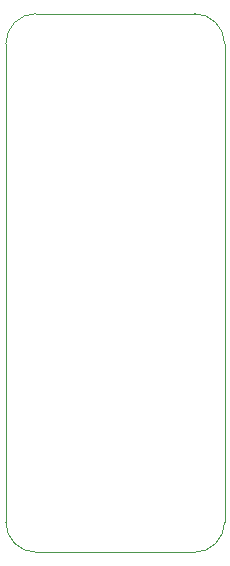
<source format=gbr>
%TF.GenerationSoftware,KiCad,Pcbnew,(6.0.8-1)-1*%
%TF.CreationDate,2023-05-30T17:25:45-07:00*%
%TF.ProjectId,SiPM_breakout,5369504d-5f62-4726-9561-6b6f75742e6b,rev?*%
%TF.SameCoordinates,Original*%
%TF.FileFunction,Profile,NP*%
%FSLAX46Y46*%
G04 Gerber Fmt 4.6, Leading zero omitted, Abs format (unit mm)*
G04 Created by KiCad (PCBNEW (6.0.8-1)-1) date 2023-05-30 17:25:45*
%MOMM*%
%LPD*%
G01*
G04 APERTURE LIST*
%TA.AperFunction,Profile*%
%ADD10C,0.050000*%
%TD*%
G04 APERTURE END LIST*
D10*
X95200000Y-77600000D02*
X95200000Y-118113000D01*
X79220000Y-75057000D02*
X92660000Y-75060000D01*
X92660000Y-120653000D02*
X79220000Y-120650000D01*
X79220000Y-75057000D02*
G75*
G03*
X76680000Y-77597000I0J-2540000D01*
G01*
X95200000Y-77600000D02*
G75*
G03*
X92660000Y-75060000I-2540000J0D01*
G01*
X76680000Y-118110000D02*
G75*
G03*
X79220000Y-120650000I2540000J0D01*
G01*
X92660000Y-120653000D02*
G75*
G03*
X95200000Y-118113000I0J2540000D01*
G01*
X76680000Y-118110000D02*
X76680000Y-77597000D01*
M02*

</source>
